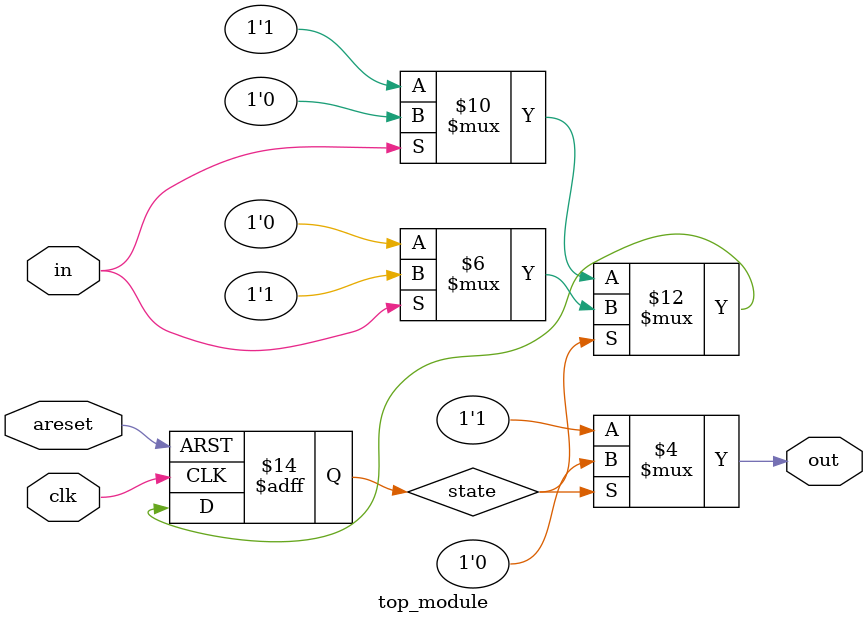
<source format=sv>
module top_module (
  input clk,
  input in,
  input areset,
  output out
);
  reg state;
  
  always @(posedge clk, posedge areset) begin
    if (areset)
      state <= 0;
    else if (state == 0) begin
      if (in)
        state <= 0;
      else
        state <= 1;
    end else begin
      if (in)
        state <= 1;
      else
        state <= 0;
    end
  end

  assign out = (state == 1) ? 1'b0 : 1'b1;

endmodule

</source>
